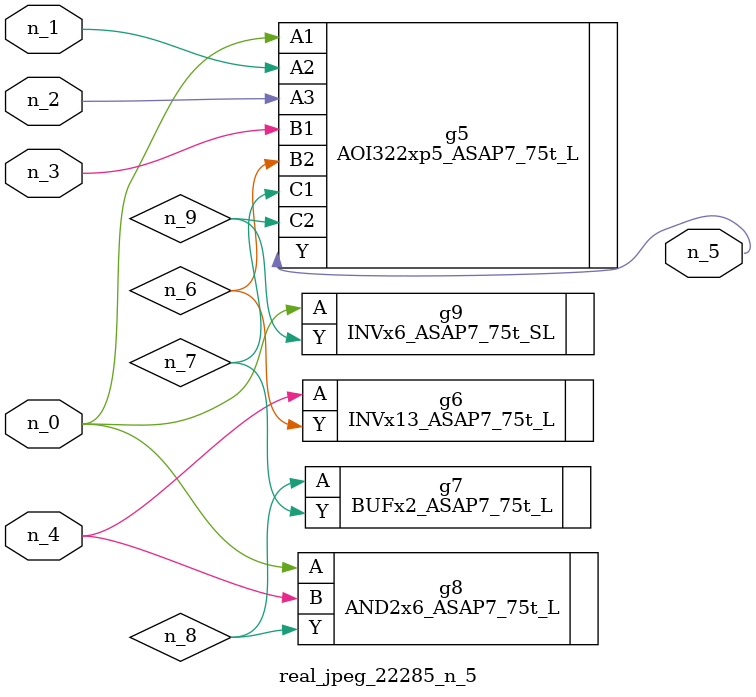
<source format=v>
module real_jpeg_22285_n_5 (n_4, n_0, n_1, n_2, n_3, n_5);

input n_4;
input n_0;
input n_1;
input n_2;
input n_3;

output n_5;

wire n_8;
wire n_6;
wire n_7;
wire n_9;

AOI322xp5_ASAP7_75t_L g5 ( 
.A1(n_0),
.A2(n_1),
.A3(n_2),
.B1(n_3),
.B2(n_6),
.C1(n_7),
.C2(n_9),
.Y(n_5)
);

AND2x6_ASAP7_75t_L g8 ( 
.A(n_0),
.B(n_4),
.Y(n_8)
);

INVx6_ASAP7_75t_SL g9 ( 
.A(n_0),
.Y(n_9)
);

INVx13_ASAP7_75t_L g6 ( 
.A(n_4),
.Y(n_6)
);

BUFx2_ASAP7_75t_L g7 ( 
.A(n_8),
.Y(n_7)
);


endmodule
</source>
